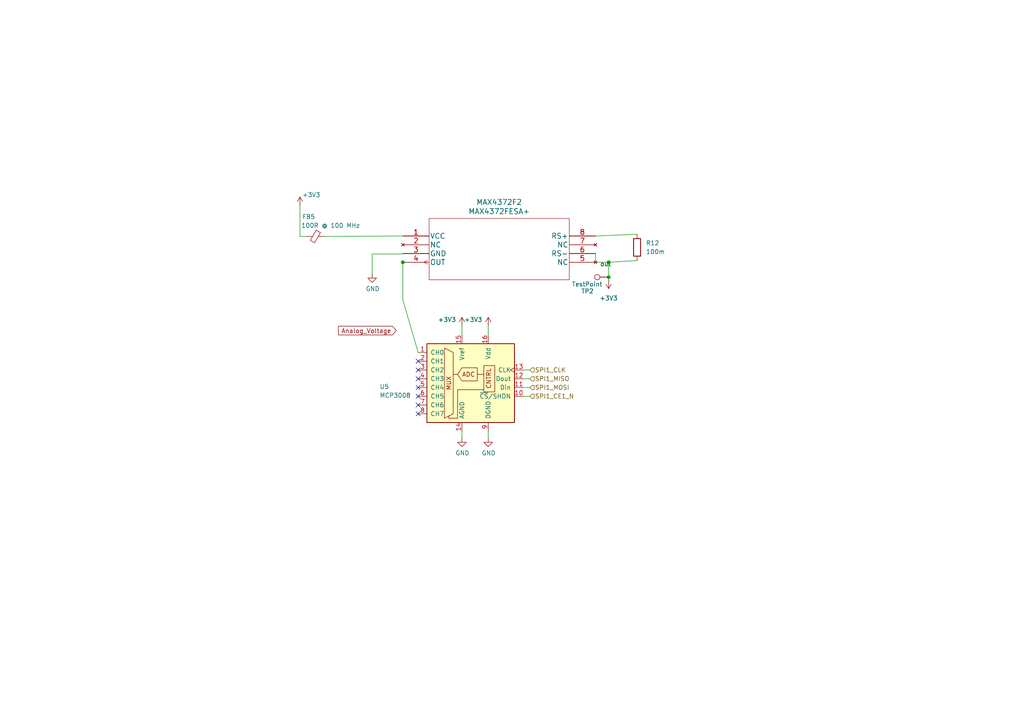
<source format=kicad_sch>
(kicad_sch (version 20211123) (generator eeschema)
  (paper "A4")
  (lib_symbols
    (symbol "Analog_ADC:MCP3008" (pin_names (offset 1.016))
      (property "Reference" "U" (at -5.08 13.335 0))
      (property "Value" "MCP3008" (at -5.08 11.43 0))
      (symbol "MCP3008_0_0"
        (text "ADC" (at -0.635 1.27 0) (effects (font (size 1.27 1.27))))
        (text "CNTRL" (at 5.969 -2.921 900) (effects (font (size 1.27 1.27)) (justify left bottom)))
        (text "MUX" (at -6.35 -1.27 900) (effects (font (size 1.27 1.27))))
      )
      (symbol "MCP3008_0_1"
        (polyline (pts (xy -3.81 1.27) (xy -5.08 1.27)))
        (polyline (pts (xy 1.905 1.27) (xy 3.81 1.27)))
        (polyline (pts (xy -7.62 8.89) (xy -7.62 -11.43) (xy -5.08 -10.16) (xy -5.08 7.62) (xy -7.62 8.89)))
        (polyline (pts (xy 3.81 -3.175) (xy -3.81 -3.175) (xy -3.81 -11.43) (xy -6.35 -11.43) (xy -6.35 -10.795)))
        (polyline (pts (xy 1.905 3.175) (xy 1.905 -0.635) (xy -2.54 -0.635) (xy -3.81 1.27) (xy -2.54 3.175) (xy 1.905 3.175)))
        (rectangle (start 3.81 -3.81) (end 6.985 3.81))
        (rectangle (start 12.7 -12.7) (end -12.7 10.16) (stroke (width 0.254)) (fill (type background)))
      )
      (symbol "MCP3008_1_1"
        (pin input line (at -15.24 7.62 0) (length 2.54) (name "CH0") (number "1"))
        (pin input line (at 15.24 -5.08 180) (length 2.54) (name "~{CS}/SHDN") (number "10"))
        (pin input line (at 15.24 -2.54 180) (length 2.54) (name "Din") (number "11"))
        (pin output line (at 15.24 0 180) (length 2.54) (name "Dout") (number "12"))
        (pin input clock (at 15.24 2.54 180) (length 2.54) (name "CLK") (number "13"))
        (pin power_in line (at -2.54 -15.24 90) (length 2.54) (name "AGND") (number "14"))
        (pin power_in line (at -2.54 12.7 270) (length 2.54) (name "Vref") (number "15"))
        (pin power_in line (at 5.08 12.7 270) (length 2.54) (name "Vdd") (number "16"))
        (pin input line (at -15.24 5.08 0) (length 2.54) (name "CH1") (number "2"))
        (pin input line (at -15.24 2.54 0) (length 2.54) (name "CH2") (number "3"))
        (pin input line (at -15.24 0 0) (length 2.54) (name "CH3") (number "4"))
        (pin input line (at -15.24 -2.54 0) (length 2.54) (name "CH4") (number "5"))
        (pin input line (at -15.24 -5.08 0) (length 2.54) (name "CH5") (number "6"))
        (pin input line (at -15.24 -7.62 0) (length 2.54) (name "CH6") (number "7"))
        (pin input line (at -15.24 -10.16 0) (length 2.54) (name "CH7") (number "8"))
        (pin power_in line (at 5.08 -15.24 90) (length 2.54) (name "DGND") (number "9"))
      )
    )
    (symbol "Connector:TestPoint" (pin_numbers hide) (pin_names (offset 0.762) hide)
      (property "Reference" "TP" (at 0 6.858 0))
      (property "Value" "TestPoint" (at 0 5.08 0))
      (symbol "TestPoint_0_1"
        (circle (center 0 3.302) (radius 0.762))
      )
      (symbol "TestPoint_1_1"
        (pin passive line (at 0 0 90) (length 2.54) (name "1") (number "1"))
      )
    )
    (symbol "Device:FerriteBead_Small" (pin_numbers hide) (pin_names (offset 0))
      (property "Reference" "FB" (at 1.905 1.27 0))
      (property "Value" "FerriteBead_Small" (at 1.905 -1.27 0))
      (symbol "FerriteBead_Small_0_1"
        (polyline (pts (xy 0 -1.27) (xy 0 -0.7874)))
        (polyline (pts (xy 0 0.889) (xy 0 1.2954)))
        (polyline (pts (xy -1.8288 0.2794) (xy -1.1176 1.4986) (xy 1.8288 -0.2032) (xy 1.1176 -1.4224) (xy -1.8288 0.2794)))
      )
      (symbol "FerriteBead_Small_1_1"
        (pin passive line (at 0 2.54 270) (length 1.27) (name "~") (number "1"))
        (pin passive line (at 0 -2.54 90) (length 1.27) (name "~") (number "2"))
      )
    )
    (symbol "Device:R" (pin_numbers hide) (pin_names (offset 0))
      (property "Reference" "R" (at 2.032 0 90))
      (property "Value" "R" (at 0 0 90))
      (symbol "R_0_1"
        (rectangle (start -1.016 -2.54) (end 1.016 2.54) (stroke (width 0.254)))
      )
      (symbol "R_1_1"
        (pin passive line (at 0 3.81 270) (length 1.27) (name "~") (number "1"))
        (pin passive line (at 0 -3.81 90) (length 1.27) (name "~") (number "2"))
      )
    )
    (symbol "Imported_OBC_Library:+3.3V" (power) (pin_names (offset 0))
      (property "Value" "+3.3V" (at 0 3.556 0))
      (symbol "+3.3V_0_1"
        (polyline (pts (xy -0.762 1.27) (xy 0 2.54)))
        (polyline (pts (xy 0 0) (xy 0 2.54)))
        (polyline (pts (xy 0 2.54) (xy 0.762 1.27)))
      )
      (symbol "+3.3V_1_1"
        (pin power_in line (at 0 0 90) (length 0) hide (name "+3V3") (number "1"))
      )
    )
    (symbol "STM32_Breakout-rescue:MAX4372FESA+-MAX4372FESA+" (pin_names (offset 0.254))
      (property "Reference" "U" (at 27.94 10.16 0))
      (property "Value" "MAX4372FESA+-MAX4372FESA+" (at 27.94 7.62 0))
      (symbol "MAX4372FESA+-MAX4372FESA+_1_1"
        (polyline (pts (xy 7.112 -8.128) (xy 6.0452 -7.62)) (stroke (width 0.127)))
        (polyline (pts (xy 7.112 -7.112) (xy 6.0452 -7.62)) (stroke (width 0.127)))
        (polyline (pts (xy 7.62 -12.7) (xy 48.26 -12.7)) (stroke (width 0.127)))
        (polyline (pts (xy 7.62 5.08) (xy 7.62 -12.7)) (stroke (width 0.127)))
        (polyline (pts (xy 48.26 -12.7) (xy 48.26 5.08)) (stroke (width 0.127)))
        (polyline (pts (xy 48.26 5.08) (xy 7.62 5.08)) (stroke (width 0.127)))
        (pin power_in line (at 0 0 0) (length 7.62) (name "VCC") (number "1"))
        (pin no_connect line (at 0 -2.54 0) (length 7.62) (name "NC") (number "2"))
        (pin power_in line (at 0 -5.08 0) (length 7.62) (name "GND") (number "3"))
        (pin output line (at 0 -7.62 0) (length 7.62) (name "OUT") (number "4"))
        (pin no_connect line (at 55.88 -7.62 180) (length 7.62) (name "NC") (number "5"))
        (pin unspecified line (at 55.88 -5.08 180) (length 7.62) (name "RS-") (number "6"))
        (pin no_connect line (at 55.88 -2.54 180) (length 7.62) (name "NC") (number "7"))
        (pin unspecified line (at 55.88 0 180) (length 7.62) (name "RS+") (number "8"))
      )
    )
    (symbol "power:GND" (power) (pin_names (offset 0))
      (property "Value" "GND" (at 0 -3.81 0))
      (symbol "GND_0_1"
        (polyline (pts (xy 0 0) (xy 0 -1.27) (xy 1.27 -1.27) (xy 0 -2.54) (xy -1.27 -1.27) (xy 0 -1.27)))
      )
      (symbol "GND_1_1"
        (pin power_in line (at 0 0 270) (length 0) hide (name "GND") (number "1"))
      )
    )
  )
  (junction (at 116.84 76.073))
  (junction (at 176.53 76.073))
  (junction (at 176.53 80.391))
  (no_connect (at 121.285 104.775))
  (no_connect (at 121.285 107.315))
  (no_connect (at 121.285 112.395))
  (no_connect (at 121.285 109.855))
  (no_connect (at 121.285 114.935))
  (no_connect (at 121.285 117.475))
  (no_connect (at 121.285 120.015))
  (wire (pts (xy 133.985 125.095) (xy 133.985 127)))
  (wire (pts (xy 151.765 109.855) (xy 153.67 109.855)))
  (wire (pts (xy 133.985 97.155) (xy 133.985 94.615)))
  (wire (pts (xy 86.995 68.58) (xy 88.9 68.58)))
  (wire (pts (xy 141.605 125.095) (xy 141.605 127)))
  (wire (pts (xy 93.98 68.58) (xy 116.84 68.453)))
  (wire (pts (xy 116.84 76.073) (xy 116.84 86.995)))
  (wire (pts (xy 176.53 80.391) (xy 176.53 81.153)))
  (wire (pts (xy 172.72 76.073) (xy 176.53 76.073)))
  (wire (pts (xy 151.765 112.395) (xy 153.67 112.395)))
  (wire (pts (xy 172.72 68.453) (xy 184.785 67.945)))
  (wire (pts (xy 176.53 76.073) (xy 176.53 80.391)))
  (wire (pts (xy 116.84 86.995) (xy 121.285 102.235)))
  (wire (pts (xy 151.765 114.935) (xy 153.67 114.935)))
  (wire (pts (xy 176.53 76.073) (xy 184.785 75.565)))
  (wire (pts (xy 107.95 73.66) (xy 107.95 79.375)))
  (wire (pts (xy 151.765 107.315) (xy 153.67 107.315)))
  (wire (pts (xy 172.72 73.533) (xy 172.72 76.073)))
  (wire (pts (xy 116.84 73.66) (xy 107.95 73.66)))
  (wire (pts (xy 116.84 75.565) (xy 116.84 76.073)))
  (wire (pts (xy 141.605 97.155) (xy 141.605 94.615)))
  (wire (pts (xy 86.995 68.58) (xy 86.995 59.69)))
  (label "out" (at 177.2608 77.6425 180))
  (global_label "Analog_Voltage" (shape input) (at 114.935 95.885 180) (property "Intersheet References" "${INTERSHEET_REFS}" (effects hide)))
  (hierarchical_label "SPI1_MISO" (shape input) (at 153.67 109.855 0))
  (hierarchical_label "SPI1_CE1_N" (shape input) (at 153.67 114.935 0))
  (hierarchical_label "SPI1_CLK" (shape input) (at 153.67 107.315 0))
  (hierarchical_label "SPI1_MOSI" (shape input) (at 153.67 112.395 0))
  (symbol (lib_id "STM32_Breakout-rescue:MAX4372FESA+-MAX4372FESA+") (at 116.84 68.453 0) (unit 1)
    (property "Reference" "MAX4372F2" (at 144.78 58.6232 0) (effects (font (size 1.524 1.524))))
    (property "Value" "MAX4372FESA+" (at 144.78 61.3156 0) (effects (font (size 1.524 1.524))))
    (property "Footprint" "Max4372:Maxim-MAX4372FESA+-Level_A" (effects hide))
  )
  (symbol (lib_id "Imported_OBC_Library:+3.3V") (at 176.53 81.153 0) (mirror x) (unit 1)
    (property "Reference" "#PWR0139" (effects hide))
    (property "Value" "+3.3V" (at 176.53 86.487 0))
  )
  (symbol (lib_id "Device:R") (at 184.785 71.755 0) (unit 1)
    (property "Reference" "R12" (at 187.325 70.4849 0) (effects (justify left)))
    (property "Value" "100m" (at 187.325 73.0249 0) (effects (justify left)))
    (property "Footprint" "Resistor_SMD:R_0201_0603Metric" (effects hide))
  )
  (symbol (lib_id "power:GND") (at 141.605 127 0) (unit 1)
    (property "Reference" "#PWR0128" (effects hide))
    (property "Value" "GND" (at 141.732 131.3942 0))
  )
  (symbol (lib_id "Connector:TestPoint") (at 176.53 80.391 90) (unit 1)
    (property "Reference" "TP2" (at 172.212 84.455 90) (effects (justify left)))
    (property "Value" "TestPoint" (at 174.752 82.423 90) (effects (justify left)))
    (property "Footprint" "TestPoint:TestPoint_2Pads_Pitch2.54mm_Drill0.8mm" (effects hide))
  )
  (symbol (lib_id "Device:FerriteBead_Small") (at 91.44 68.58 270) (unit 1)
    (property "Reference" "FB5" (at 89.535 62.865 90))
    (property "Value" "100R @ 100 MHz" (at 95.885 65.405 90))
    (property "Footprint" "Daughterboard_footprints:BEADC1608X75N" (effects hide))
  )
  (symbol (lib_id "Imported_OBC_Library:+3.3V") (at 133.985 94.615 0) (unit 1)
    (property "Reference" "#PWR0132" (effects hide))
    (property "Value" "+3.3V" (at 127 92.71 0) (effects (justify left)))
  )
  (symbol (lib_id "power:GND") (at 133.985 127 0) (unit 1)
    (property "Reference" "#PWR0127" (effects hide))
    (property "Value" "GND" (at 134.112 131.3942 0))
  )
  (symbol (lib_id "Analog_ADC:MCP3008") (at 136.525 109.855 0) (unit 1)
    (property "Reference" "U5" (at 110.109 112.141 0) (effects (justify left)))
    (property "Value" "MCP3008" (at 110.109 114.681 0) (effects (justify left)))
    (property "Footprint" "MCP3008:Microchip-MCP3008-I_P-Manufacturer_Recommended" (effects hide))
    (property "Datasheet" "http://ww1.microchip.com/downloads/en/DeviceDoc/21295d.pdf" (effects hide))
  )
  (symbol (lib_id "power:GND") (at 107.95 79.375 0) (unit 1)
    (property "Reference" "#PWR0137" (effects hide))
    (property "Value" "GND" (at 108.077 83.7692 0))
  )
  (symbol (lib_id "Imported_OBC_Library:+3.3V") (at 86.995 59.69 0) (unit 1)
    (property "Reference" "#PWR0138" (effects hide))
    (property "Value" "+3.3V" (at 87.63 56.515 0) (effects (justify left)))
  )
  (symbol (lib_id "Imported_OBC_Library:+3.3V") (at 141.605 94.615 0) (unit 1)
    (property "Reference" "#PWR0136" (effects hide))
    (property "Value" "+3.3V" (at 134.62 92.71 0) (effects (justify left)))
  )
)
</source>
